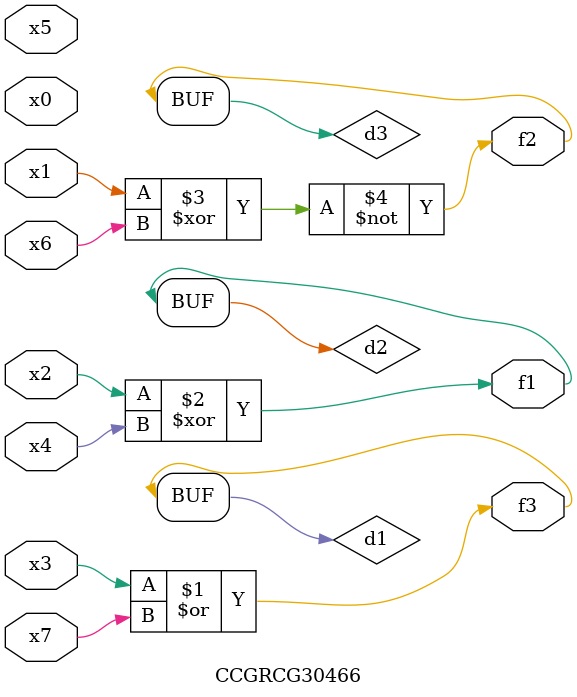
<source format=v>
module CCGRCG30466(
	input x0, x1, x2, x3, x4, x5, x6, x7,
	output f1, f2, f3
);

	wire d1, d2, d3;

	or (d1, x3, x7);
	xor (d2, x2, x4);
	xnor (d3, x1, x6);
	assign f1 = d2;
	assign f2 = d3;
	assign f3 = d1;
endmodule

</source>
